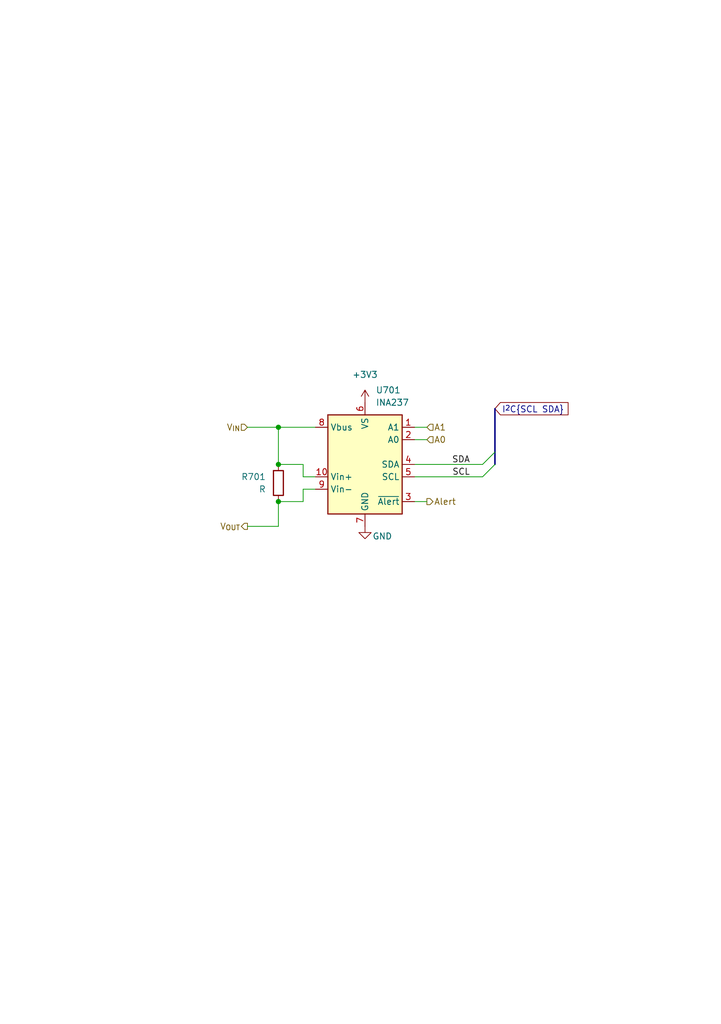
<source format=kicad_sch>
(kicad_sch (version 20231120) (generator "eeschema") (generator_version "8.0")
  (paper "A5" portrait)
  (title_block (title "Power supply - low level driver") (date "2024-06-28"))
  (lib_symbols
    (symbol "Device:R" (pin_numbers hide) (pin_names (offset 0))
      (property "Reference" "R" (at 2.032 0 90))
      (property "Value" "R" (at 0 0 90))
      (symbol "R_0_1"
        (rectangle (start -1.016 -2.54) (end 1.016 2.54) (stroke (width 0.254)))
      )
      (symbol "R_1_1"
        (pin passive line (at 0 3.81 270) (length 1.27) (name "~") (number "1"))
        (pin passive line (at 0 -3.81 90) (length 1.27) (name "~") (number "2"))
      )
    )
    (symbol "Sensor_Energy:INA237"
      (property "Reference" "U" (at -6.35 11.43 0))
      (property "Value" "INA237" (at 3.81 11.43 0))
      (symbol "INA237_0_1"
        (rectangle (start 7.62 10.16) (end -7.62 -10.16) (stroke (width 0.254)) (fill (type background)))
      )
      (symbol "INA237_1_1"
        (pin input line (at 10.16 7.62 180) (length 2.54) (name "A1") (number "1"))
        (pin input line (at -10.16 -2.54 0) (length 2.54) (name "Vin+") (number "10"))
        (pin input line (at 10.16 5.08 180) (length 2.54) (name "A0") (number "2"))
        (pin open_collector line (at 10.16 -7.62 180) (length 2.54) (name "~{Alert}") (number "3"))
        (pin bidirectional line (at 10.16 0 180) (length 2.54) (name "SDA") (number "4"))
        (pin input line (at 10.16 -2.54 180) (length 2.54) (name "SCL") (number "5"))
        (pin power_in line (at 0 12.7 270) (length 2.54) (name "VS") (number "6"))
        (pin power_in line (at 0 -12.7 90) (length 2.54) (name "GND") (number "7"))
        (pin input line (at -10.16 7.62 0) (length 2.54) (name "Vbus") (number "8"))
        (pin input line (at -10.16 -5.08 0) (length 2.54) (name "Vin-") (number "9"))
      )
    )
    (symbol "power:+3V3" (power) (pin_names (offset 0))
      (property "Value" "+3V3" (at 0 3.556 0))
      (symbol "+3V3_0_1"
        (polyline (pts (xy -0.762 1.27) (xy 0 2.54)))
        (polyline (pts (xy 0 0) (xy 0 2.54)))
        (polyline (pts (xy 0 2.54) (xy 0.762 1.27)))
      )
      (symbol "+3V3_1_1"
        (pin power_in line (at 0 0 90) (length 0) hide (name "+3V3") (number "1"))
      )
    )
    (symbol "power:GND" (power) (pin_numbers hide) (pin_names (offset 0) hide)
      (property "Value" "GND" (at 0 -3.81 0))
      (symbol "GND_0_1"
        (polyline (pts (xy 0 0) (xy 0 -1.27) (xy 1.27 -1.27) (xy 0 -2.54) (xy -1.27 -1.27) (xy 0 -1.27)))
      )
      (symbol "GND_1_1"
        (pin power_in line (at 0 0 270) (length 0) (name "~") (number "1"))
      )
    )
  )
  (junction (at 57.15 102.87))
  (junction (at 57.15 95.25))
  (junction (at 57.15 87.63))
  (bus_entry (at 101.6 92.71) (size -2.54 2.54))
  (bus_entry (at 101.6 95.25) (size -2.54 2.54))
  (bus (pts (xy 101.6 92.71) (xy 101.6 95.25)))
  (wire (pts (xy 57.15 95.25) (xy 62.23 95.25)))
  (wire (pts (xy 57.15 87.63) (xy 64.77 87.63)))
  (wire (pts (xy 57.15 102.87) (xy 62.23 102.87)))
  (wire (pts (xy 57.15 87.63) (xy 57.15 95.25)))
  (wire (pts (xy 62.23 97.79) (xy 64.77 97.79)))
  (wire (pts (xy 85.09 95.25) (xy 99.06 95.25)))
  (wire (pts (xy 57.15 107.95) (xy 50.8 107.95)))
  (wire (pts (xy 85.09 97.79) (xy 99.06 97.79)))
  (wire (pts (xy 85.09 87.63) (xy 87.63 87.63)))
  (wire (pts (xy 64.77 100.33) (xy 62.23 100.33)))
  (wire (pts (xy 85.09 102.87) (xy 87.63 102.87)))
  (wire (pts (xy 62.23 100.33) (xy 62.23 102.87)))
  (wire (pts (xy 50.8 87.63) (xy 57.15 87.63)))
  (wire (pts (xy 85.09 90.17) (xy 87.63 90.17)))
  (bus (pts (xy 101.6 83.82) (xy 101.6 92.71)))
  (wire (pts (xy 57.15 102.87) (xy 57.15 107.95)))
  (wire (pts (xy 62.23 95.25) (xy 62.23 97.79)))
  (label "SCL" (at 96.52 97.79 180))
  (label "SDA" (at 96.52 95.25 180))
  (global_label "I^{2}C{SCL SDA}" (shape input) (at 101.6 83.82 0) (property "Intersheetrefs" "${INTERSHEET_REFS}" (effects (hide yes))))
  (hierarchical_label "A1" (shape input) (at 87.63 87.63 0))
  (hierarchical_label "Alert" (shape output) (at 87.63 102.87 0))
  (hierarchical_label "V_{IN}" (shape input) (at 50.8 87.63 180))
  (hierarchical_label "V_{OUT}" (shape output) (at 50.8 107.95 180))
  (hierarchical_label "A0" (shape input) (at 87.63 90.17 0))
  (symbol (lib_id "power:GND") (at 74.93 107.95 0) (unit 1)
    (property "Reference" "#PWR0902" (effects (hide yes)))
    (property "Value" "GND" (at 78.486 109.982 0))
    (property "Description" "Power symbol creates a global label with name \"GND\" , ground" (effects (hide yes)))
    (instances (project "Low-level-driver" (path "" (reference "#PWR0702") (unit 1)) (path "" (reference "#PWR0802") (unit 1)) (path "" (reference "#PWR0902") (unit 1))))
  )
  (symbol (lib_id "power:+3V3") (at 74.93 82.55 0) (mirror y) (unit 1)
    (property "Reference" "#PWR0901" (effects (hide yes)))
    (property "Value" "+3V3" (at 74.93 76.835 0))
    (instances (project "Low-level-driver" (path "" (reference "#PWR0701") (unit 1)) (path "" (reference "#PWR0801") (unit 1)) (path "" (reference "#PWR0901") (unit 1))))
  )
  (symbol (lib_id "Device:R") (at 57.15 99.06 0) (mirror y) (unit 1)
    (property "Reference" "R901" (at 54.61 97.7899 0) (effects (justify left)))
    (property "Value" "R" (at 54.61 100.3299 0) (effects (justify left)))
    (instances (project "Low-level-driver" (path "" (reference "R701") (unit 1)) (path "" (reference "R801") (unit 1)) (path "" (reference "R901") (unit 1))))
  )
  (symbol (lib_id "Sensor_Energy:INA237") (at 74.93 95.25 0) (unit 1)
    (property "Reference" "U901" (at 77.1241 80.01 0) (effects (justify left)))
    (property "Value" "INA237" (at 77.1241 82.55 0) (effects (justify left)))
    (property "Footprint" "Package_SO:VSSOP-10_3x3mm_P0.5mm" (effects (hide yes)))
    (property "Datasheet" "https://www.ti.com/lit/ds/symlink/ina237.pdf" (effects (hide yes)))
    (property "Description" "High-Side or Low-Side Measurement, Bi-Directional Current and Power Monitor (0-85V) with I2C, SMBus-, and PMBus-Compatible Interface, VSSOP-10" (effects (hide yes)))
    (instances (project "Low-level-driver" (path "" (reference "U701") (unit 1)) (path "" (reference "U801") (unit 1)) (path "" (reference "U901") (unit 1))))
  )
)
</source>
